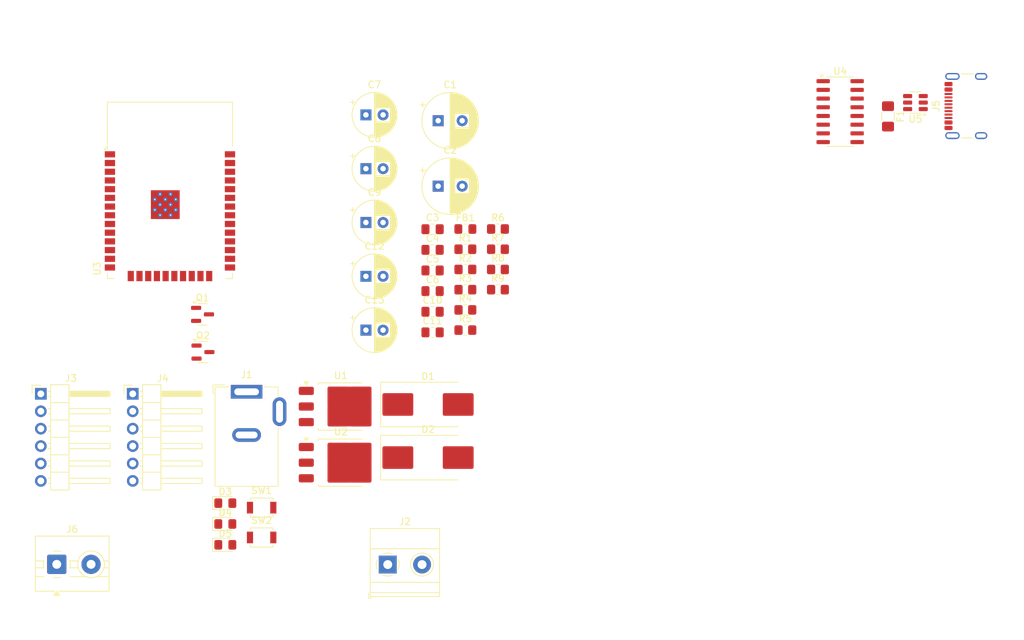
<source format=kicad_pcb>
(kicad_pcb (version 20240108) (generator "pcbnew") (generator_version "8.0")
  (layers (0 "F.Cu" signal) (31 "B.Cu" signal) (34 "B.Paste" user) (35 "F.Paste" user) (36 "B.SilkS" user "B.Silkscreen") (37 "F.SilkS" user "F.Silkscreen") (38 "B.Mask" user) (39 "F.Mask" user) (44 "Edge.Cuts" user))
  (net 0 "")
  (net 1 "GNDREF")
  (net 2 "+12V")
  (net 3 "+5V")
  (net 4 "+3.3V")
  (net 5 "Net-(U3-VDD)")
  (net 6 "Net-(D1-A)")
  (net 7 "Net-(D2-A)")
  (net 8 "Net-(D3-A)")
  (net 9 "Net-(D4-A)")
  (net 10 "Net-(D5-A)")
  (net 11 "/TXD2")
  (net 14 "/RXD2")
  (net 15 "/Rx")
  (net 16 "/En")
  (net 17 "/Tx")
  (net 18 "/Boot")
  (net 19 "Net-(U3-IO2)")
  (net 47 "/+5v Bus")
  (net 48 "Net-(J6-Pin_2)")
  (net 49 "Net-(J5-CC1)")
  (net 50 "Net-(J5-CC2)")
  (net 52 "Net-(J5-D+-PadA6)")
  (net 54 "Net-(J5-D--PadA7)")
  (net 55 "Net-(Q1-B)")
  (net 56 "/RTS")
  (net 57 "Net-(Q2-B)")
  (net 58 "/DTR")
  (net 63 "/D_N")
  (net 66 "/D_P")
  (footprint "LED_SMD:LED_0805_2012Metric_Pad1.15x1.40mm_HandSolder" (layer "F.Cu") (at 78.82 118.16)
    (property "Reference" "D4" (at 0 -1.65 0) (layer "F.SilkS"))
    (property "Value" "Red_0805")
    (pad "1" smd roundrect (at -1.025 0) (size 1.15 1.4) (layers "F.Cu" "F.Paste" "F.Mask") (roundrect_rratio 0.217391) (net 1 "GNDREF"))
    (pad "2" smd roundrect (at 1.025 0) (size 1.15 1.4) (layers "F.Cu" "F.Paste" "F.Mask") (roundrect_rratio 0.217391) (net 9 "Net-(D4-A)"))
  )
  (footprint "Resistor_SMD:R_0805_2012Metric_Pad1.20x1.40mm_HandSolder" (layer "F.Cu") (at 113.815 89.875)
    (property "Reference" "R5" (at 0 -1.65 0) (layer "F.SilkS"))
    (property "Value" "470_0805")
    (pad "1" smd roundrect (at -1 0) (size 1.2 1.4) (layers "F.Cu" "F.Paste" "F.Mask") (roundrect_rratio 0.208333) (net 10 "Net-(D5-A)"))
    (pad "2" smd roundrect (at 1 0) (size 1.2 1.4) (layers "F.Cu" "F.Paste" "F.Mask") (roundrect_rratio 0.208333) (net 19 "Net-(U3-IO2)"))
  )
  (footprint "Capacitor_THT:CP_Radial_D8.0mm_P3.50mm" (layer "F.Cu") (at 109.849698 68.875)
    (property "Reference" "C2" (at 1.75 -5.25 0) (layer "F.SilkS"))
    (property "Value" "100uF/25V_THT")
    (pad "1" thru_hole rect (at 0 0) (size 1.6 1.6) (drill 0.8) (layers "*.Cu" "*.Mask") (net 3 "+5V"))
    (pad "2" thru_hole circle (at 3.5 0) (size 1.6 1.6) (drill 0.8) (layers "*.Cu" "*.Mask") (net 1 "GNDREF"))
  )
  (footprint "Capacitor_THT:CP_Radial_D6.3mm_P2.50mm" (layer "F.Cu") (at 99.317621 89.875)
    (property "Reference" "C13" (at 1.25 -4.4 0) (layer "F.SilkS"))
    (property "Value" "10uF")
    (pad "1" thru_hole rect (at 0 0) (size 1.6 1.6) (drill 0.8) (layers "*.Cu" "*.Mask") (net 47 "/+5v Bus"))
    (pad "2" thru_hole circle (at 2.5 0) (size 1.6 1.6) (drill 0.8) (layers "*.Cu" "*.Mask") (net 1 "GNDREF"))
  )
  (footprint "Capacitor_THT:CP_Radial_D6.3mm_P2.50mm" (layer "F.Cu") (at 99.317621 82.025)
    (property "Reference" "C12" (at 1.25 -4.4 0) (layer "F.SilkS"))
    (property "Value" "10uF")
    (pad "1" thru_hole rect (at 0 0) (size 1.6 1.6) (drill 0.8) (layers "*.Cu" "*.Mask") (net 4 "+3.3V"))
    (pad "2" thru_hole circle (at 2.5 0) (size 1.6 1.6) (drill 0.8) (layers "*.Cu" "*.Mask") (net 1 "GNDREF"))
  )
  (footprint "Capacitor_SMD:C_0805_2012Metric_Pad1.18x1.45mm_HandSolder" (layer "F.Cu") (at 109.035 87.195)
    (property "Reference" "C10" (at 0 -1.68 0) (layer "F.SilkS"))
    (property "Value" "0.1uF_0805")
    (pad "1" smd roundrect (at -1.0375 0) (size 1.175 1.45) (layers "F.Cu" "F.Paste" "F.Mask") (roundrect_rratio 0.212766) (net 5 "Net-(U3-VDD)"))
    (pad "2" smd roundrect (at 1.0375 0) (size 1.175 1.45) (layers "F.Cu" "F.Paste" "F.Mask") (roundrect_rratio 0.212766) (net 1 "GNDREF"))
  )
  (footprint "Resistor_SMD:R_0805_2012Metric_Pad1.20x1.40mm_HandSolder" (layer "F.Cu") (at 118.565 75.125)
    (property "Reference" "R6" (at 0 -1.65 0) (layer "F.SilkS"))
    (property "Value" "10k_0805")
    (pad "1" smd roundrect (at -1 0) (size 1.2 1.4) (layers "F.Cu" "F.Paste" "F.Mask") (roundrect_rratio 0.208333) (net 55 "Net-(Q1-B)"))
    (pad "2" smd roundrect (at 1 0) (size 1.2 1.4) (layers "F.Cu" "F.Paste" "F.Mask") (roundrect_rratio 0.208333) (net 58 "/DTR"))
  )
  (footprint "LED_SMD:LED_0805_2012Metric_Pad1.15x1.40mm_HandSolder" (layer "F.Cu") (at 78.82 121.2)
    (property "Reference" "D5" (at 0 -1.65 0) (layer "F.SilkS"))
    (property "Value" "Red_0805")
    (pad "1" smd roundrect (at -1.025 0) (size 1.15 1.4) (layers "F.Cu" "F.Paste" "F.Mask") (roundrect_rratio 0.217391) (net 1 "GNDREF"))
    (pad "2" smd roundrect (at 1.025 0) (size 1.15 1.4) (layers "F.Cu" "F.Paste" "F.Mask") (roundrect_rratio 0.217391) (net 10 "Net-(D5-A)"))
  )
  (footprint "Capacitor_SMD:C_0805_2012Metric_Pad1.18x1.45mm_HandSolder" (layer "F.Cu") (at 109.035 78.165)
    (property "Reference" "C4" (at 0 -1.68 0) (layer "F.SilkS"))
    (property "Value" "0.1uF_0805")
    (pad "1" smd roundrect (at -1.0375 0) (size 1.175 1.45) (layers "F.Cu" "F.Paste" "F.Mask") (roundrect_rratio 0.212766) (net 3 "+5V"))
    (pad "2" smd roundrect (at 1.0375 0) (size 1.175 1.45) (layers "F.Cu" "F.Paste" "F.Mask") (roundrect_rratio 0.212766) (net 1 "GNDREF"))
  )
  (footprint "Package_TO_SOT_SMD:SOT-23" (layer "F.Cu") (at 75.5 87.58)
    (property "Reference" "Q1" (at 0 -2.4 0) (layer "F.SilkS"))
    (property "Value" "BC817")
    (pad "1" smd roundrect (at -0.9375 -0.95) (size 1.475 0.6) (layers "F.Cu" "F.Paste" "F.Mask") (net 55 "Net-(Q1-B)"))
    (pad "2" smd roundrect (at -0.9375 0.95) (size 1.475 0.6) (layers "F.Cu" "F.Paste" "F.Mask") (net 56 "/RTS"))
    (pad "3" smd roundrect (at 0.9375 0) (size 1.475 0.6) (layers "F.Cu" "F.Paste" "F.Mask") (net 16 "/En"))
  )
  (footprint "Capacitor_THT:CP_Radial_D6.3mm_P2.50mm" (layer "F.Cu") (at 99.317621 58.475)
    (property "Reference" "C7" (at 1.25 -4.4 0) (layer "F.SilkS"))
    (property "Value" "10uF/25V_THT")
    (pad "1" thru_hole rect (at 0 0) (size 1.6 1.6) (drill 0.8) (layers "*.Cu" "*.Mask") (net 3 "+5V"))
    (pad "2" thru_hole circle (at 2.5 0) (size 1.6 1.6) (drill 0.8) (layers "*.Cu" "*.Mask") (net 1 "GNDREF"))
  )
  (footprint "Resistor_SMD:R_0805_2012Metric_Pad1.20x1.40mm_HandSolder" (layer "F.Cu") (at 118.565 83.975)
    (property "Reference" "R9" (at 0 -1.65 0) (layer "F.SilkS"))
    (property "Value" "10k_0805")
    (pad "1" smd roundrect (at -1 0) (size 1.2 1.4) (layers "F.Cu" "F.Paste" "F.Mask") (roundrect_rratio 0.208333) (net 1 "GNDREF"))
    (pad "2" smd roundrect (at 1 0) (size 1.2 1.4) (layers "F.Cu" "F.Paste" "F.Mask") (roundrect_rratio 0.208333) (net 50 "Net-(J5-CC2)"))
  )
  (footprint "Connector_USB:USB_C_Receptacle_GCT_USB4105-xx-A_16P_TopMnt_Horizontal" (layer "F.Cu") (at 187.925 57.18 90)
    (property "Reference" "J5" (at 0 -5.5 90) (layer "F.SilkS"))
    (property "Value" "USB_C_Receptacle_USB2.0_16P")
    (pad "" np_thru_hole circle (at -2.89 -2.605 90) (size 0.65 0.65) (drill 0.65) (layers "F&B.Cu" "*.Mask"))
    (pad "" np_thru_hole circle (at 2.89 -2.605 90) (size 0.65 0.65) (drill 0.65) (layers "F&B.Cu" "*.Mask"))
    (pad "A1" smd roundrect (at -3.2 -3.68 90) (size 0.6 1.15) (layers "F.Cu" "F.Paste" "F.Mask") (net 1 "GNDREF"))
    (pad "A4" smd roundrect (at -2.4 -3.68 90) (size 0.6 1.15) (layers "F.Cu" "F.Paste" "F.Mask") (net 47 "/+5v Bus"))
    (pad "A5" smd roundrect (at -1.25 -3.68 90) (size 0.3 1.15) (layers "F.Cu" "F.Paste" "F.Mask") (net 49 "Net-(J5-CC1)"))
    (pad "A6" smd roundrect (at -0.25 -3.68 90) (size 0.3 1.15) (layers "F.Cu" "F.Paste" "F.Mask") (net 52 "Net-(J5-D+-PadA6)"))
    (pad "A7" smd roundrect (at 0.25 -3.68 90) (size 0.3 1.15) (layers "F.Cu" "F.Paste" "F.Mask") (net 54 "Net-(J5-D--PadA7)"))
    (pad "A8" smd roundrect (at 1.25 -3.68 90) (size 0.3 1.15) (layers "F.Cu" "F.Paste" "F.Mask"))
    (pad "A9" smd roundrect (at 2.4 -3.68 90) (size 0.6 1.15) (layers "F.Cu" "F.Paste" "F.Mask") (net 47 "/+5v Bus"))
    (pad "A12" smd roundrect (at 3.2 -3.68 90) (size 0.6 1.15) (layers "F.Cu" "F.Paste" "F.Mask") (net 1 "GNDREF"))
    (pad "B1" smd roundrect (at 3.2 -3.68 90) (size 0.6 1.15) (layers "F.Cu" "F.Paste" "F.Mask") (net 1 "GNDREF"))
    (pad "B4" smd roundrect (at 2.4 -3.68 90) (size 0.6 1.15) (layers "F.Cu" "F.Paste" "F.Mask") (net 47 "/+5v Bus"))
    (pad "B5" smd roundrect (at 1.75 -3.68 90) (size 0.3 1.15) (layers "F.Cu" "F.Paste" "F.Mask") (net 50 "Net-(J5-CC2)"))
    (pad "B6" smd roundrect (at 0.75 -3.68 90) (size 0.3 1.15) (layers "F.Cu" "F.Paste" "F.Mask") (net 52 "Net-(J5-D+-PadA6)"))
    (pad "B7" smd roundrect (at -0.75 -3.68 90) (size 0.3 1.15) (layers "F.Cu" "F.Paste" "F.Mask") (net 54 "Net-(J5-D--PadA7)"))
    (pad "B8" smd roundrect (at -1.75 -3.68 90) (size 0.3 1.15) (layers "F.Cu" "F.Paste" "F.Mask"))
    (pad "B9" smd roundrect (at -2.4 -3.68 90) (size 0.6 1.15) (layers "F.Cu" "F.Paste" "F.Mask") (net 47 "/+5v Bus"))
    (pad "B12" smd roundrect (at -3.2 -3.68 90) (size 0.6 1.15) (layers "F.Cu" "F.Paste" "F.Mask") (net 1 "GNDREF"))
    (pad "S1" thru_hole oval (at -4.32 -3.105 90) (size 1 2.1) (drill oval 0.6 1.7) (property pad_prop_heatsink) (layers "*.Cu" "*.Mask" "F.Paste") (net 1 "GNDREF"))
    (pad "S1" thru_hole oval (at -4.32 1.075 90) (size 1 1.8) (drill oval 0.6 1.4) (property pad_prop_heatsink) (layers "*.Cu" "*.Mask" "F.Paste") (net 1 "GNDREF"))
    (pad "S1" thru_hole oval (at 4.32 -3.105 90) (size 1 2.1) (drill oval 0.6 1.7) (property pad_prop_heatsink) (layers "*.Cu" "*.Mask" "F.Paste") (net 1 "GNDREF"))
    (pad "S1" thru_hole oval (at 4.32 1.075 90) (size 1 1.8) (drill oval 0.6 1.4) (property pad_prop_heatsink) (layers "*.Cu" "*.Mask" "F.Paste") (net 1 "GNDREF"))
  )
  (footprint "Package_TO_SOT_SMD:TO-252-3_TabPin2" (layer "F.Cu") (at 95.665 109.215)
    (property "Reference" "U2" (at 0 -4.5 0) (layer "F.SilkS"))
    (property "Value" "LM1117MP-3.3")
    (pad "1" smd roundrect (at -5.04 -2.28) (size 2.2 1.2) (layers "F.Cu" "F.Paste" "F.Mask") (roundrect_rratio 0.208333) (net 1 "GNDREF"))
    (pad "2" smd roundrect (at -5.04 0) (size 2.2 1.2) (layers "F.Cu" "F.Paste" "F.Mask") (roundrect_rratio 0.208333) (net 4 "+3.3V"))
    (pad "2" smd roundrect (at -0.415 -1.525) (size 3.05 2.75) (layers "F.Cu" "F.Paste") (roundrect_rratio 0.090909) (net 4 "+3.3V"))
    (pad "2" smd roundrect (at -0.415 1.525) (size 3.05 2.75) (layers "F.Cu" "F.Paste") (roundrect_rratio 0.090909) (net 4 "+3.3V"))
    (pad "2" smd roundrect (at 1.26 0) (size 6.4 5.8) (layers "F.Cu" "F.Mask") (roundrect_rratio 0.043103) (net 4 "+3.3V"))
    (pad "2" smd roundrect (at 2.935 -1.525) (size 3.05 2.75) (layers "F.Cu" "F.Paste") (roundrect_rratio 0.090909) (net 4 "+3.3V"))
    (pad "2" smd roundrect (at 2.935 1.525) (size 3.05 2.75) (layers "F.Cu" "F.Paste") (roundrect_rratio 0.090909) (net 4 "+3.3V"))
    (pad "3" smd roundrect (at -5.04 2.28) (size 2.2 1.2) (layers "F.Cu" "F.Paste" "F.Mask") (roundrect_rratio 0.208333) (net 3 "+5V"))
  )
  (footprint "Resistor_SMD:R_0805_2012Metric_Pad1.20x1.40mm_HandSolder" (layer "F.Cu") (at 113.815 81.025)
    (property "Reference" "R2" (at 0 -1.65 0) (layer "F.SilkS"))
    (property "Value" "470_0805")
    (pad "1" smd roundrect (at -1 0) (size 1.2 1.4) (layers "F.Cu" "F.Paste" "F.Mask") (roundrect_rratio 0.208333) (net 4 "+3.3V"))
    (pad "2" smd roundrect (at 1 0) (size 1.2 1.4) (layers "F.Cu" "F.Paste" "F.Mask") (roundrect_rratio 0.208333) (net 9 "Net-(D4-A)"))
  )
  (footprint "Inductor_SMD:L_0805_2012Metric_Pad1.15x1.40mm_HandSolder" (layer "F.Cu") (at 113.815 75.125)
    (property "Reference" "FB1" (at 0 -1.65 0) (layer "F.SilkS"))
    (property "Value" "FerriteBead")
    (pad "1" smd roundrect (at -1.025 0) (size 1.15 1.4) (layers "F.Cu" "F.Paste" "F.Mask") (roundrect_rratio 0.217391) (net 4 "+3.3V"))
    (pad "2" smd roundrect (at 1.025 0) (size 1.15 1.4) (layers "F.Cu" "F.Paste" "F.Mask") (roundrect_rratio 0.217391) (net 5 "Net-(U3-VDD)"))
  )
  (footprint "Button_Switch_SMD:SW_SPST_B3U-1000P-B" (layer "F.Cu") (at 84.115 120.125)
    (property "Reference" "SW2" (at 0 -2.5 0) (layer "F.SilkS"))
    (property "Value" "SW_Push")
    (pad "" np_thru_hole circle (at 0 0) (size 0.8 0.8) (drill 0.8) (layers "*.Cu" "*.Mask"))
    (pad "1" smd rect (at -1.7 0) (size 0.9 1.7) (layers "F.Cu" "F.Paste" "F.Mask") (net 18 "/Boot"))
    (pad "2" smd rect (at 1.7 0) (size 0.9 1.7) (layers "F.Cu" "F.Paste" "F.Mask") (net 1 "GNDREF"))
  )
  (footprint "Package_TO_SOT_SMD:SOT-23-6" (layer "F.Cu") (at 179.425 56.68 180)
    (property "Reference" "U5" (at 0 -2.4 360) (layer "F.SilkS"))
    (property "Value" "WE-TVS-82400102")
    (pad "1" smd roundrect (at -1.1375 -0.95 180) (size 1.325 0.6) (layers "F.Cu" "F.Paste" "F.Mask") (net 54 "Net-(J5-D--PadA7)"))
    (pad "2" smd roundrect (at -1.1375 0 180) (size 1.325 0.6) (layers "F.Cu" "F.Paste" "F.Mask") (net 1 "GNDREF"))
    (pad "3" smd roundrect (at -1.1375 0.95 180) (size 1.325 0.6) (layers "F.Cu" "F.Paste" "F.Mask") (net 52 "Net-(J5-D+-PadA6)"))
    (pad "4" smd roundrect (at 1.1375 0.95 180) (size 1.325 0.6) (layers "F.Cu" "F.Paste" "F.Mask") (net 66 "/D_P"))
    (pad "5" smd roundrect (at 1.1375 0 180) (size 1.325 0.6) (layers "F.Cu" "F.Paste" "F.Mask") (net 47 "/+5v Bus"))
    (pad "6" smd roundrect (at 1.1375 -0.95 180) (size 1.325 0.6) (layers "F.Cu" "F.Paste" "F.Mask") (net 63 "/D_N"))
  )
  (footprint "Connector_PinHeader_2.54mm:PinHeader_1x06_P2.54mm_Horizontal" (layer "F.Cu") (at 51.925 99.175)
    (property "Reference" "J3" (at 4.385 -2.27 0) (layer "F.SilkS"))
    (property "Value" "DWIN interface")
    (pad "1" thru_hole rect (at 0 0) (size 1.7 1.7) (drill 1) (layers "*.Cu" "*.Mask") (net 3 "+5V"))
    (pad "2" thru_hole oval (at 0 2.54) (size 1.7 1.7) (drill 1) (layers "*.Cu" "*.Mask"))
    (pad "3" thru_hole oval (at 0 5.08) (size 1.7 1.7) (drill 1) (layers "*.Cu" "*.Mask") (net 11 "/TXD2"))
    (pad "4" thru_hole oval (at 0 7.62) (size 1.7 1.7) (drill 1) (layers "*.Cu" "*.Mask") (net 14 "/RXD2"))
    (pad "5" thru_hole oval (at 0 10.16) (size 1.7 1.7) (drill 1) (layers "*.Cu" "*.Mask"))
    (pad "6" thru_hole oval (at 0 12.7) (size 1.7 1.7) (drill 1) (layers "*.Cu" "*.Mask") (net 1 "GNDREF"))
  )
  (footprint "Capacitor_THT:CP_Radial_D6.3mm_P2.50mm" (layer "F.Cu") (at 99.317621 66.325)
    (property "Reference" "C8" (at 1.25 -4.4 0) (layer "F.SilkS"))
    (property "Value" "10uF/25V_THT")
    (pad "1" thru_hole rect (at 0 0) (size 1.6 1.6) (drill 0.8) (layers "*.Cu" "*.Mask") (net 4 "+3.3V"))
    (pad "2" thru_hole circle (at 2.5 0) (size 1.6 1.6) (drill 0.8) (layers "*.Cu" "*.Mask") (net 1 "GNDREF"))
  )
  (footprint "Diode_SMD:D_SMC_Handsoldering" (layer "F.Cu") (at 108.37 108.475)
    (property "Reference" "D2" (at 0 -4.1 0) (layer "F.SilkS"))
    (property "Value" "SS54")
    (pad "1" smd roundrect (at -4.4 0 90) (size 3.3 4.5) (layers "F.Cu" "F.Paste" "F.Mask") (roundrect_rratio 0.0757575758) (net 3 "+5V"))
    (pad "2" smd roundrect (at 4.4 0 90) (size 3.3 4.5) (layers "F.Cu" "F.Paste" "F.Mask") (roundrect_rratio 0.0757575758) (net 7 "Net-(D2-A)"))
  )
  (footprint "Fuse:Fuse_1206_3216Metric_Pad1.42x1.75mm_HandSolder" (layer "F.Cu") (at 175.425 58.6925 -90)
    (property "Reference" "F1" (at 0 -1.82 90) (layer "F.SilkS"))
    (property "Value" "Polyfuse")
    (pad "1" smd roundrect (at -1.4875 0 270) (size 1.425 1.75) (layers "F.Cu" "F.Paste" "F.Mask") (roundrect_rratio 0.175439) (net 47 "/+5v Bus"))
    (pad "2" smd roundrect (at 1.4875 0 270) (size 1.425 1.75) (layers "F.Cu" "F.Paste" "F.Mask") (roundrect_rratio 0.175439) (net 48 "Net-(J6-Pin_2)"))
  )
  (footprint "Resistor_SMD:R_0805_2012Metric_Pad1.20x1.40mm_HandSolder" (layer "F.Cu") (at 113.815 83.975)
    (property "Reference" "R3" (at 0 -1.65 0) (layer "F.SilkS"))
    (property "Value" "10K_0805")
    (pad "1" smd roundrect (at -1 0) (size 1.2 1.4) (layers "F.Cu" "F.Paste" "F.Mask") (roundrect_rratio 0.208333) (net 5 "Net-(U3-VDD)"))
    (pad "2" smd roundrect (at 1 0) (size 1.2 1.4) (layers "F.Cu" "F.Paste" "F.Mask") (roundrect_rratio 0.208333) (net 16 "/En"))
  )
  (footprint "LED_SMD:LED_0805_2012Metric_Pad1.15x1.40mm_HandSolder" (layer "F.Cu") (at 78.82 115.12)
    (property "Reference" "D3" (at 0 -1.65 0) (layer "F.SilkS"))
    (property "Value" "Red_0805")
    (pad "1" smd roundrect (at -1.025 0) (size 1.15 1.4) (layers "F.Cu" "F.Paste" "F.Mask") (roundrect_rratio 0.217391) (net 1 "GNDREF"))
    (pad "2" smd roundrect (at 1.025 0) (size 1.15 1.4) (layers "F.Cu" "F.Paste" "F.Mask") (roundrect_rratio 0.217391) (net 8 "Net-(D3-A)"))
  )
  (footprint "Package_TO_SOT_SMD:SOT-23" (layer "F.Cu") (at 75.5625 93.08)
    (property "Reference" "Q2" (at 0 -2.4 0) (layer "F.SilkS"))
    (property "Value" "BC817")
    (pad "1" smd roundrect (at -0.9375 -0.95) (size 1.475 0.6) (layers "F.Cu" "F.Paste" "F.Mask") (net 57 "Net-(Q2-B)"))
    (pad "2" smd roundrect (at -0.9375 0.95) (size 1.475 0.6) (layers "F.Cu" "F.Paste" "F.Mask") (net 18 "/Boot"))
    (pad "3" smd roundrect (at 0.9375 0) (size 1.475 0.6) (layers "F.Cu" "F.Paste" "F.Mask") (net 58 "/DTR"))
  )
  (footprint "Capacitor_SMD:C_0805_2012Metric_Pad1.18x1.45mm_HandSolder" (layer "F.Cu") (at 109.035 90.205)
    (property "Reference" "C11" (at 0 -1.68 0) (layer "F.SilkS"))
    (property "Value" "0.1uF_0805")
    (pad "1" smd roundrect (at -1.0375 0) (size 1.175 1.45) (layers "F.Cu" "F.Paste" "F.Mask") (roundrect_rratio 0.212766) (net 4 "+3.3V"))
    (pad "2" smd roundrect (at 1.0375 0) (size 1.175 1.45) (layers "F.Cu" "F.Paste" "F.Mask") (roundrect_rratio 0.212766) (net 1 "GNDREF"))
  )
  (footprint "Resistor_SMD:R_0805_2012Metric_Pad1.20x1.40mm_HandSolder" (layer "F.Cu") (at 113.815 86.925)
    (property "Reference" "R4" (at 0 -1.65 0) (layer "F.SilkS"))
    (property "Value" "10K_0805")
    (pad "1" smd roundrect (at -1 0) (size 1.2 1.4) (layers "F.Cu" "F.Paste" "F.Mask") (roundrect_rratio 0.208333) (net 5 "Net-(U3-VDD)"))
    (pad "2" smd roundrect (at 1 0) (size 1.2 1.4) (layers "F.Cu" "F.Paste" "F.Mask") (roundrect_rratio 0.208333) (net 18 "/Boot"))
  )
  (footprint "Capacitor_THT:CP_Radial_D6.3mm_P2.50mm" (layer "F.Cu") (at 99.317621 74.175)
    (property "Reference" "C9" (at 1.25 -4.4 0) (layer "F.SilkS"))
    (property "Value" "10uF")
    (pad "1" thru_hole rect (at 0 0) (size 1.6 1.6) (drill 0.8) (layers "*.Cu" "*.Mask") (net 5 "Net-(U3-VDD)"))
    (pad "2" thru_hole circle (at 2.5 0) (size 1.6 1.6) (drill 0.8) (layers "*.Cu" "*.Mask") (net 1 "GNDREF"))
  )
  (footprint "Connector_BarrelJack:BarrelJack_GCT_DCJ200-10-A_Horizontal" (layer "F.Cu") (at 81.925 98.875)
    (property "Reference" "J1" (at 0 -2.5 0) (layer "F.SilkS"))
    (property "Value" "12V DC")
    (pad "1" thru_hole rect (at 0 0) (size 4.6 2) (drill oval 3.6 1) (layers "*.Cu" "*.Mask") (net 6 "Net-(D1-A)"))
    (pad "2" thru_hole oval (at 0 6.3) (size 4.2 2) (drill oval 3.2 1) (layers "*.Cu" "*.Mask") (net 1 "GNDREF"))
    (pad "3" thru_hole oval (at 4.8 2.9) (size 2 4.2) (drill oval 1 3.2) (layers "*.Cu" "*.Mask"))
  )
  (footprint "Capacitor_SMD:C_0805_2012Metric_Pad1.18x1.45mm_HandSolder" (layer "F.Cu") (at 109.035 81.175)
    (property "Reference" "C5" (at 0 -1.68 0) (layer "F.SilkS"))
    (property "Value" "0.1uF_0805")
    (pad "1" smd roundrect (at -1.0375 0) (size 1.175 1.45) (layers "F.Cu" "F.Paste" "F.Mask") (roundrect_rratio 0.212766) (net 3 "+5V"))
    (pad "2" smd roundrect (at 1.0375 0) (size 1.175 1.45) (layers "F.Cu" "F.Paste" "F.Mask") (roundrect_rratio 0.212766) (net 1 "GNDREF"))
  )
  (footprint "Capacitor_THT:CP_Radial_D8.0mm_P3.50mm" (layer "F.Cu") (at 109.849698 59.325)
    (property "Reference" "C1" (at 1.75 -5.25 0) (layer "F.SilkS"))
    (property "Value" "100uF/63V_THT")
    (pad "1" thru_hole rect (at 0 0) (size 1.6 1.6) (drill 0.8) (layers "*.Cu" "*.Mask") (net 2 "+12V"))
    (pad "2" thru_hole circle (at 3.5 0) (size 1.6 1.6) (drill 0.8) (layers "*.Cu" "*.Mask") (net 1 "GNDREF"))
  )
  (footprint "Package_TO_SOT_SMD:TO-252-3_TabPin2" (layer "F.Cu") (at 95.665 101.02)
    (property "Reference" "U1" (at 0 -4.5 0) (layer "F.SilkS"))
    (property "Value" "LM1117MP-5")
    (pad "1" smd roundrect (at -5.04 -2.28) (size 2.2 1.2) (layers "F.Cu" "F.Paste" "F.Mask") (roundrect_rratio 0.208333) (net 1 "GNDREF"))
    (pad "2" smd roundrect (at -5.04 0) (size 2.2 1.2) (layers "F.Cu" "F.Paste" "F.Mask") (roundrect_rratio 0.208333) (net 3 "+5V"))
    (pad "2" smd roundrect (at -0.415 -1.525) (size 3.05 2.75) (layers "F.Cu" "F.Paste") (roundrect_rratio 0.090909) (net 3 "+5V"))
    (pad "2" smd roundrect (at -0.415 1.525) (size 3.05 2.75) (layers "F.Cu" "F.Paste") (roundrect_rratio 0.090909) (net 3 "+5V"))
    (pad "2" smd roundrect (at 1.26 0) (size 6.4 5.8) (layers "F.Cu" "F.Mask") (roundrect_rratio 0.043103) (net 3 "+5V"))
    (pad "2" smd roundrect (at 2.935 -1.525) (size 3.05 2.75) (layers "F.Cu" "F.Paste") (roundrect_rratio 0.090909) (net 3 "+5V"))
    (pad "2" smd roundrect (at 2.935 1.525) (size 3.05 2.75) (layers "F.Cu" "F.Paste") (roundrect_rratio 0.090909) (net 3 "+5V"))
    (pad "3" smd roundrect (at -5.04 2.28) (size 2.2 1.2) (layers "F.Cu" "F.Paste" "F.Mask") (roundrect_rratio 0.208333) (net 2 "+12V"))
  )
  (footprint "RF_Module:ESP32-WROOM-32" (layer "F.Cu") (at 70.75 72.48)
    (property "Reference" "U3" (at -10.61 8.43 90) (layer "F.SilkS"))
    (property "Value" "ESP32-WROOM-32")
    (pad "1" smd rect (at -8.75 -8.25) (size 1.5 0.9) (layers "F.Cu" "F.Paste" "F.Mask") (net 1 "GNDREF"))
    (pad "2" smd rect (at -8.75 -6.98) (size 1.5 0.9) (layers "F.Cu" "F.Paste" "F.Mask") (net 5 "Net-(U3-VDD)"))
    (pad "3" smd rect (at -8.75 -5.71) (size 1.5 0.9) (layers "F.Cu" "F.Paste" "F.Mask") (net 16 "/En"))
    (pad "4" smd rect (at -8.75 -4.44) (size 1.5 0.9) (layers "F.Cu" "F.Paste" "F.Mask"))
    (pad "5" smd rect (at -8.75 -3.17) (size 1.5 0.9) (layers "F.Cu" "F.Paste" "F.Mask"))
    (pad "6" smd rect (at -8.75 -1.9) (size 1.5 0.9) (layers "F.Cu" "F.Paste" "F.Mask"))
    (pad "7" smd rect (at -8.75 -0.63) (size 1.5 0.9) (layers "F.Cu" "F.Paste" "F.Mask"))
    (pad "8" smd rect (at -8.75 0.64) (size 1.5 0.9) (layers "F.Cu" "F.Paste" "F.Mask"))
    (pad "9" smd rect (at -8.75 1.91) (size 1.5 0.9) (layers "F.Cu" "F.Paste" "F.Mask"))
    (pad "10" smd rect (at -8.75 3.18) (size 1.5 0.9) (layers "F.Cu" "F.Paste" "F.Mask"))
    (pad "11" smd rect (at -8.75 4.45) (size 1.5 0.9) (layers "F.Cu" "F.Paste" "F.Mask"))
    (pad "12" smd rect (at -8.75 5.72) (size 1.5 0.9) (layers "F.Cu" "F.Paste" "F.Mask"))
    (pad "13" smd rect (at -8.75 6.99) (size 1.5 0.9) (layers "F.Cu" "F.Paste" "F.Mask"))
    (pad "14" smd rect (at -8.75 8.26) (size 1.5 0.9) (layers "F.Cu" "F.Paste" "F.Mask"))
    (pad "15" smd rect (at -5.71 9.51 90) (size 1.5 0.9) (layers "F.Cu" "F.Paste" "F.Mask") (net 1 "GNDREF"))
    (pad "16" smd rect (at -4.44 9.51 90) (size 1.5 0.9) (layers "F.Cu" "F.Paste" "F.Mask"))
    (pad "17" smd rect (at -3.17 9.51 90) (size 1.5 0.9) (layers "F.Cu" "F.Paste" "F.Mask"))
    (pad "18" smd rect (at -1.9 9.51 90) (size 1.5 0.9) (layers "F.Cu" "F.Paste" "F.Mask"))
    (pad "19" smd rect (at -0.63 9.51 90) (size 1.5 0.9) (layers "F.Cu" "F.Paste" "F.Mask"))
    (pad "20" smd rect (at 0.64 9.51 90) (size 1.5 0.9) (layers "F.Cu" "F.Paste" "F.Mask"))
    (pad "21" smd rect (at 1.91 9.51 90) (size 1.5 0.9) (layers "F.Cu" "F.Paste" "F.Mask"))
    (pad "22" smd rect (at 3.18 9.51 90) (size 1.5 0.9) (layers "F.Cu" "F.Paste" "F.Mask"))
    (pad "23" smd rect (at 4.45 9.51 90) (size 1.5 0.9) (layers "F.Cu" "F.Paste" "F.Mask"))
    (pad "24" smd rect (at 5.72 9.51 90) (size 1.5 0.9) (layers "F.Cu" "F.Paste" "F.Mask") (net 19 "Net-(U3-IO2)"))
    (pad "25" smd rect (at 8.75 8.26) (size 1.5 0.9) (layers "F.Cu" "F.Paste" "F.Mask") (net 18 "/Boot"))
    (pad "26" smd rect (at 8.75 6.99) (size 1.5 0.9) (layers "F.Cu" "F.Paste" "F.Mask"))
    (pad "27" smd rect (at 8.75 5.72) (size 1.5 0.9) (layers "F.Cu" "F.Paste" "F.Mask") (net 14 "/RXD2"))
    (pad "28" smd rect (at 8.75 4.45) (size 1.5 0.9) (layers "F.Cu" "F.Paste" "F.Mask") (net 11 "/TXD2"))
    (pad "29" smd rect (at 8.75 3.18) (size 1.5 0.9) (layers "F.Cu" "F.Paste" "F.Mask"))
    (pad "30" smd rect (at 8.75 1.91) (size 1.5 0.9) (layers "F.Cu" "F.Paste" "F.Mask"))
    (pad "31" smd rect (at 8.75 0.64) (size 1.5 0.9) (layers "F.Cu" "F.Paste" "F.Mask"))
    (pad "32" smd rect (at 8.75 -0.63) (size 1.5 0.9) (layers "F.Cu" "F.Paste" "F.Mask"))
    (pad "33" smd rect (at 8.75 -1.9) (size 1.5 0.9) (layers "F.Cu" "F.Paste" "F.Mask"))
    (pad "34" smd rect (at 8.75 -3.17) (size 1.5 0.9) (layers "F.Cu" "F.Paste" "F.Mask") (net 15 "/Rx"))
    (pad "35" smd rect (at 8.75 -4.44) (size 1.5 0.9) (layers "F.Cu" "F.Paste" "F.Mask") (net 17 "/Tx"))
    (pad "36" smd rect (at 8.75 -5.71) (size 1.5 0.9) (layers "F.Cu" "F.Paste" "F.Mask"))
    (pad "37" smd rect (at 8.75 -6.98) (size 1.5 0.9) (layers "F.Cu" "F.Paste" "F.Mask"))
    (pad "38" smd rect (at 8.75 -8.25) (size 1.5 0.9) (layers "F.Cu" "F.Paste" "F.Mask") (net 1 "GNDREF"))
    (pad "39" smd rect (at -2.205 -2.435) (size 1.05 1.05) (layers "F.Cu" "F.Paste") (net 1 "GNDREF"))
    (pad "39" thru_hole circle (at -2.205 -1.6725) (size 0.6 0.6) (drill 0.2) (property pad_prop_heatsink) (layers "*.Cu" "F.Mask") (net 1 "GNDREF"))
    (pad "39" smd rect (at -2.205 -0.91) (size 1.05 1.05) (layers "F.Cu" "F.Paste") (net 1 "GNDREF"))
    (pad "39" thru_hole circle (at -2.205 -0.1475) (size 0.6 0.6) (drill 0.2) (property pad_prop_heatsink) (layers "*.Cu" "F.Mask") (net 1 "GNDREF"))
    (pad "39" smd rect (at -2.205 0.615) (size 1.05 1.05) (layers "F.Cu" "F.Paste") (net 1 "GNDREF"))
    (pad "39" thru_hole circle (at -1.4425 -2.435) (size 0.6 0.6) (drill 0.2) (property pad_prop_heatsink) (layers "*.Cu" "F.Mask") (net 1 "GNDREF"))
    (pad "39" thru_hole circle (at -1.4425 -0.91) (size 0.6 0.6) (drill 0.2) (property pad_prop_heatsink) (layers "*.Cu" "F.Mask") (net 1 "GNDREF"))
    (pad "39" thru_hole circle (at -1.4425 0.615) (size 0.6 0.6) (drill 0.2) (property pad_prop_heatsink) (layers "*.Cu" "F.Mask") (net 1 "GNDREF"))
    (pad "39" smd rect (at -0.68 -2.435) (size 1.05 1.05) (layers "F.Cu" "F.Paste") (net 1 "GNDREF"))
    (pad "39" thru_hole circle (at -0.68 -1.6725) (size 0.6 0.6) (drill 0.2) (property pad_prop_heatsink) (layers "*.Cu" "F.Mask") (net 1 "GNDREF"))
    (pad "39" smd rect (at -0.68 -0.91) (size 1.05 1.05) (layers "F.Cu" "F.Paste") (net 1 "GNDREF"))
    (pad "39" smd rect (at -0.68 -0.91) (size 4.2 4.2) (property pad_prop_heatsink) (layers "F.Cu" "F.Mask") (net 1 "GNDREF"))
    (pad "39" thru_hole circle (at -0.68 -0.1475) (size 0.6 0.6) (drill 0.2) (property pad_prop_heatsink) (layers "*.Cu" "F.Mask") (net 1 "GNDREF"))
    (pad "39" smd rect (at -0.68 0.615) (size 1.05 1.05) (layers "F.Cu" "F.Paste") (net 1 "GNDREF"))
    (pad "39" thru_hole circle (at 0.0825 -2.435) (size 0.6 0.6) (drill 0.2) (property pad_prop_heatsink) (layers "*.Cu" "F.Mask") (net 1 "GNDREF"))
    (pad "39" thru_hole circle (at 0.0825 -0.91) (size 0.6 0.6) (drill 0.2) (property pad_prop_heatsink) (layers "*.Cu" "F.Mask") (net 1 "GNDREF"))
    (pad "39" thru_hole circle (at 0.0825 0.615) (size 0.6 0.6) (drill 0.2) (property pad_prop_heatsink) (layers "*.Cu" "F.Mask") (net 1 "GNDREF"))
    (pad "39" smd rect (at 0.845 -2.435) (size 1.05 1.05) (layers "F.Cu" "F.Paste") (net 1 "GNDREF"))
    (pad "39" thru_hole circle (at 0.845 -1.6725) (size 0.6 0.6) (drill 0.2) (property pad_prop_heatsink) (layers "*.Cu" "F.Mask") (net 1 "GNDREF"))
    (pad "39" smd rect (at 0.845 -0.91) (size 1.05 1.05) (layers "F.Cu" "F.Paste") (net 1 "GNDREF"))
    (pad "39" thru_hole circle (at 0.845 -0.1475) (size 0.6 0.6) (drill 0.2) (property pad_prop_heatsink) (layers "*.Cu" "F.Mask") (net 1 "GNDREF"))
    (pad "39" smd rect (at 0.845 0.615) (size 1.05 1.05) (layers "F.Cu" "F.Paste") (net 1 "GNDREF"))
  )
  (footprint "Diode_SMD:D_SMC_Handsoldering" (layer "F.Cu") (at 108.37 100.725)
    (property "Reference" "D1" (at 0 -4.1 0) (layer "F.SilkS"))
    (property "Value" "SS54")
    (pad "1" smd roundrect (at -4.4 0 90) (size 3.3 4.5) (layers "F.Cu" "F.Paste" "F.Mask") (roundrect_rratio 0.0757575758) (net 2 "+12V"))
    (pad "2" smd roundrect (at 4.4 0 90) (size 3.3 4.5) (layers "F.Cu" "F.Paste" "F.Mask") (roundrect_rratio 0.0757575758) (net 6 "Net-(D1-A)"))
  )
  (footprint "Capacitor_SMD:C_0805_2012Metric_Pad1.18x1.45mm_HandSolder" (layer "F.Cu") (at 109.035 75.155)
    (property "Reference" "C3" (at 0 -1.68 0) (layer "F.SilkS"))
    (property "Value" "0.1uF_0805")
    (pad "1" smd roundrect (at -1.0375 0) (size 1.175 1.45) (layers "F.Cu" "F.Paste" "F.Mask") (roundrect_rratio 0.212766) (net 2 "+12V"))
    (pad "2" smd roundrect (at 1.0375 0) (size 1.175 1.45) (layers "F.Cu" "F.Paste" "F.Mask") (roundrect_rratio 0.212766) (net 1 "GNDREF"))
  )
  (footprint "Capacitor_SMD:C_0805_2012Metric_Pad1.18x1.45mm_HandSolder" (layer "F.Cu") (at 109.035 84.185)
    (property "Reference" "C6" (at 0 -1.68 0) (layer "F.SilkS"))
    (property "Value" "0.1uF_0805")
    (pad "1" smd roundrect (at -1.0375 0) (size 1.175 1.45) (layers "F.Cu" "F.Paste" "F.Mask") (roundrect_rratio 0.212766) (net 4 "+3.3V"))
    (pad "2" smd roundrect (at 1.0375 0) (size 1.175 1.45) (layers "F.Cu" "F.Paste" "F.Mask") (roundrect_rratio 0.212766) (net 1 "GNDREF"))
  )
  (footprint "Resistor_SMD:R_0805_2012Metric_Pad1.20x1.40mm_HandSolder" (layer "F.Cu") (at 113.815 78.075)
    (property "Reference" "R1" (at 0 -1.65 0) (layer "F.SilkS"))
    (property "Value" "470_0805")
    (pad "1" smd roundrect (at -1 0) (size 1.2 1.4) (layers "F.Cu" "F.Paste" "F.Mask") (roundrect_rratio 0.208333) (net 3 "+5V"))
    (pad "2" smd roundrect (at 1 0) (size 1.2 1.4) (layers "F.Cu" "F.Paste" "F.Mask") (roundrect_rratio 0.208333) (net 8 "Net-(D3-A)"))
  )
  (footprint "TerminalBlock_Phoenix:TerminalBlock_Phoenix_MKDS-1,5-2_1x02_P5.00mm_Horizontal" (layer "F.Cu") (at 102.5 124.08)
    (property "Reference" "J2" (at 2.5 -6.26 0) (layer "F.SilkS"))
    (property "Value" "5V DC")
    (pad "1" thru_hole rect (at 0 0) (size 2.6 2.6) (drill 1.3) (layers "*.Cu" "*.Mask") (net 7 "Net-(D2-A)"))
    (pad "2" thru_hole circle (at 5 0) (size 2.6 2.6) (drill 1.3) (layers "*.Cu" "*.Mask") (net 1 "GNDREF"))
  )
  (footprint "Button_Switch_SMD:SW_SPST_B3U-1000P-B" (layer "F.Cu") (at 84.115 115.775)
    (property "Reference" "SW1" (at 0 -2.5 0) (layer "F.SilkS"))
    (property "Value" "SW_Push")
    (pad "" np_thru_hole circle (at 0 0) (size 0.8 0.8) (drill 0.8) (layers "*.Cu" "*.Mask"))
    (pad "1" smd rect (at -1.7 0) (size 0.9 1.7) (layers "F.Cu" "F.Paste" "F.Mask") (net 1 "GNDREF"))
    (pad "2" smd rect (at 1.7 0) (size 0.9 1.7) (layers "F.Cu" "F.Paste" "F.Mask") (net 16 "/En"))
  )
  (footprint "Connector_PinHeader_2.54mm:PinHeader_1x06_P2.54mm_Horizontal" (layer "F.Cu") (at 65.325 99.175)
    (property "Reference" "J4" (at 4.385 -2.27 0) (layer "F.SilkS"))
    (property "Value" "Programming Interface")
    (pad "1" thru_hole rect (at 0 0) (size 1.7 1.7) (drill 1) (layers "*.Cu" "*.Mask") (net 18 "/Boot"))
    (pad "2" thru_hole oval (at 0 2.54) (size 1.7 1.7) (drill 1) (layers "*.Cu" "*.Mask") (net 15 "/Rx"))
    (pad "3" thru_hole oval (at 0 5.08) (size 1.7 1.7) (drill 1) (layers "*.Cu" "*.Mask") (net 17 "/Tx"))
    (pad "4" thru_hole oval (at 0 7.62) (size 1.7 1.7) (drill 1) (layers "*.Cu" "*.Mask") (net 16 "/En"))
    (pad "5" thru_hole oval (at 0 10.16) (size 1.7 1.7) (drill 1) (layers "*.Cu" "*.Mask") (net 4 "+3.3V"))
    (pad "6" thru_hole oval (at 0 12.7) (size 1.7 1.7) (drill 1) (layers "*.Cu" "*.Mask") (net 1 "GNDREF"))
  )
  (footprint "Resistor_SMD:R_0805_2012Metric_Pad1.20x1.40mm_HandSolder" (layer "F.Cu") (at 118.565 81.025)
    (property "Reference" "R8" (at 0 -1.65 0) (layer "F.SilkS"))
    (property "Value" "10k_0805")
    (pad "1" smd roundrect (at -1 0) (size 1.2 1.4) (layers "F.Cu" "F.Paste" "F.Mask") (roundrect_rratio 0.208333) (net 1 "GNDREF"))
    (pad "2" smd roundrect (at 1 0) (size 1.2 1.4) (layers "F.Cu" "F.Paste" "F.Mask") (roundrect_rratio 0.208333) (net 49 "Net-(J5-CC1)"))
  )
  (footprint "Package_SO:SOIC-16_3.9x9.9mm_P1.27mm" (layer "F.Cu") (at 168.45 58)
    (property "Reference" "U4" (at 0 -5.9 0) (layer "F.SilkS"))
    (property "Value" "CH340C")
    (pad "1" smd roundrect (at -2.475 -4.445) (size 1.95 0.6) (layers "F.Cu" "F.Paste" "F.Mask") (net 1 "GNDREF"))
    (pad "2" smd roundrect (at -2.475 -3.175) (size 1.95 0.6) (layers "F.Cu" "F.Paste" "F.Mask") (net 15 "/Rx"))
    (pad "3" smd roundrect (at -2.475 -1.905) (size 1.95 0.6) (layers "F.Cu" "F.Paste" "F.Mask") (net 17 "/Tx"))
    (pad "4" smd roundrect (at -2.475 -0.635) (size 1.95 0.6) (layers "F.Cu" "F.Paste" "F.Mask") (net 4 "+3.3V"))
    (pad "5" smd roundrect (at -2.475 0.635) (size 1.95 0.6) (layers "F.Cu" "F.Paste" "F.Mask") (net 66 "/D_P"))
    (pad "6" smd roundrect (at -2.475 1.905) (size 1.95 0.6) (layers "F.Cu" "F.Paste" "F.Mask") (net 63 "/D_N"))
    (pad "7" smd roundrect (at -2.475 3.175) (size 1.95 0.6) (layers "F.Cu" "F.Paste" "F.Mask"))
    (pad "8" smd roundrect (at -2.475 4.445) (size 1.95 0.6) (layers "F.Cu" "F.Paste" "F.Mask"))
    (pad "9" smd roundrect (at 2.475 4.445) (size 1.95 0.6) (layers "F.Cu" "F.Paste" "F.Mask"))
    (pad "10" smd roundrect (at 2.475 3.175) (size 1.95 0.6) (layers "F.Cu" "F.Paste" "F.Mask"))
    (pad "11" smd roundrect (at 2.475 1.905) (size 1.95 0.6) (layers "F.Cu" "F.Paste" "F.Mask"))
    (pad "12" smd roundrect (at 2.475 0.635) (size 1.95 0.6) (layers "F.Cu" "F.Paste" "F.Mask"))
    (pad "13" smd roundrect (at 2.475 -0.635) (size 1.95 0.6) (layers "F.Cu" "F.Paste" "F.Mask") (net 58 "/DTR"))
    (pad "14" smd roundrect (at 2.475 -1.905) (size 1.95 0.6) (layers "F.Cu" "F.Paste" "F.Mask") (net 56 "/RTS"))
    (pad "15" smd roundrect (at 2.475 -3.175) (size 1.95 0.6) (layers "F.Cu" "F.Paste" "F.Mask"))
    (pad "16" smd roundrect (at 2.475 -4.445) (size 1.95 0.6) (layers "F.Cu" "F.Paste" "F.Mask") (net 4 "+3.3V"))
  )
  (footprint "TerminalBlock:TerminalBlock_MaiXu_MX126-5.0-02P_1x02_P5.00mm" (layer "F.Cu") (at 54.25 124.0475)
    (property "Reference" "J6" (at 2.25 -5.12 0) (layer "F.SilkS"))
    (property "Value" "~")
    (pad "1" thru_hole roundrect (at 0 0) (size 2.8 2.8) (drill 1.3) (layers "*.Cu" "*.Mask") (roundrect_rratio 0.089286) (net 3 "+5V"))
    (pad "2" thru_hole circle (at 5 0) (size 2.8 2.8) (drill 1.3) (layers "*.Cu" "*.Mask") (net 48 "Net-(J6-Pin_2)"))
  )
  (footprint "Resistor_SMD:R_0805_2012Metric_Pad1.20x1.40mm_HandSolder" (layer "F.Cu") (at 118.565 78.075)
    (property "Reference" "R7" (at 0 -1.65 0) (layer "F.SilkS"))
    (property "Value" "10k_0805")
    (pad "1" smd roundrect (at -1 0) (size 1.2 1.4) (layers "F.Cu" "F.Paste" "F.Mask") (roundrect_rratio 0.208333) (net 57 "Net-(Q2-B)"))
    (pad "2" smd roundrect (at 1 0) (size 1.2 1.4) (layers "F.Cu" "F.Paste" "F.Mask") (roundrect_rratio 0.208333) (net 56 "/RTS"))
  )
)
</source>
